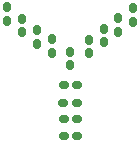
<source format=gbr>
%TF.GenerationSoftware,KiCad,Pcbnew,(6.0.7-1)-1*%
%TF.CreationDate,2022-10-05T00:05:40-06:00*%
%TF.ProjectId,FluxCapacitor,466c7578-4361-4706-9163-69746f722e6b,rev?*%
%TF.SameCoordinates,Original*%
%TF.FileFunction,Paste,Top*%
%TF.FilePolarity,Positive*%
%FSLAX46Y46*%
G04 Gerber Fmt 4.6, Leading zero omitted, Abs format (unit mm)*
G04 Created by KiCad (PCBNEW (6.0.7-1)-1) date 2022-10-05 00:05:40*
%MOMM*%
%LPD*%
G01*
G04 APERTURE LIST*
G04 Aperture macros list*
%AMRoundRect*
0 Rectangle with rounded corners*
0 $1 Rounding radius*
0 $2 $3 $4 $5 $6 $7 $8 $9 X,Y pos of 4 corners*
0 Add a 4 corners polygon primitive as box body*
4,1,4,$2,$3,$4,$5,$6,$7,$8,$9,$2,$3,0*
0 Add four circle primitives for the rounded corners*
1,1,$1+$1,$2,$3*
1,1,$1+$1,$4,$5*
1,1,$1+$1,$6,$7*
1,1,$1+$1,$8,$9*
0 Add four rect primitives between the rounded corners*
20,1,$1+$1,$2,$3,$4,$5,0*
20,1,$1+$1,$4,$5,$6,$7,0*
20,1,$1+$1,$6,$7,$8,$9,0*
20,1,$1+$1,$8,$9,$2,$3,0*%
G04 Aperture macros list end*
%ADD10RoundRect,0.160000X0.160000X-0.222500X0.160000X0.222500X-0.160000X0.222500X-0.160000X-0.222500X0*%
%ADD11RoundRect,0.160000X-0.222500X-0.160000X0.222500X-0.160000X0.222500X0.160000X-0.222500X0.160000X0*%
G04 APERTURE END LIST*
D10*
%TO.C,DCNTR1*%
X106930000Y-91315000D03*
X106930000Y-90170000D03*
%TD*%
%TO.C,D2*%
X101600000Y-87562500D03*
X101600000Y-86417500D03*
%TD*%
D11*
%TO.C,D7*%
X106370000Y-94488000D03*
X107515000Y-94488000D03*
%TD*%
D10*
%TO.C,D6*%
X111030000Y-88470000D03*
X111030000Y-87325000D03*
%TD*%
%TO.C,D9*%
X109840000Y-89350000D03*
X109840000Y-88205000D03*
%TD*%
%TO.C,D8*%
X104140000Y-89472500D03*
X104140000Y-88327500D03*
%TD*%
D11*
%TO.C,D1*%
X106400000Y-97282000D03*
X107545000Y-97282000D03*
%TD*%
D10*
%TO.C,D12*%
X108520000Y-90295000D03*
X108520000Y-89150000D03*
%TD*%
D11*
%TO.C,D4*%
X106375000Y-95885000D03*
X107520000Y-95885000D03*
%TD*%
D10*
%TO.C,D11*%
X105410000Y-90245000D03*
X105410000Y-89100000D03*
%TD*%
D11*
%TO.C,D10*%
X106380000Y-92964000D03*
X107525000Y-92964000D03*
%TD*%
D10*
%TO.C,D3*%
X112250000Y-87622500D03*
X112250000Y-86477500D03*
%TD*%
%TO.C,D5*%
X102870000Y-88505000D03*
X102870000Y-87360000D03*
%TD*%
M02*

</source>
